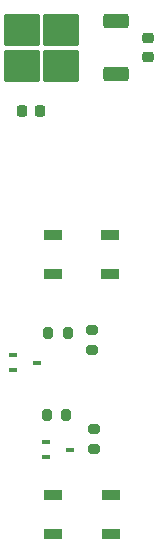
<source format=gbr>
%TF.GenerationSoftware,KiCad,Pcbnew,7.0.2*%
%TF.CreationDate,2023-05-18T15:41:40-05:00*%
%TF.ProjectId,FRC_5690_Common_PCB,4652435f-3536-4393-905f-436f6d6d6f6e,rev?*%
%TF.SameCoordinates,Original*%
%TF.FileFunction,Paste,Top*%
%TF.FilePolarity,Positive*%
%FSLAX46Y46*%
G04 Gerber Fmt 4.6, Leading zero omitted, Abs format (unit mm)*
G04 Created by KiCad (PCBNEW 7.0.2) date 2023-05-18 15:41:40*
%MOMM*%
%LPD*%
G01*
G04 APERTURE LIST*
G04 Aperture macros list*
%AMRoundRect*
0 Rectangle with rounded corners*
0 $1 Rounding radius*
0 $2 $3 $4 $5 $6 $7 $8 $9 X,Y pos of 4 corners*
0 Add a 4 corners polygon primitive as box body*
4,1,4,$2,$3,$4,$5,$6,$7,$8,$9,$2,$3,0*
0 Add four circle primitives for the rounded corners*
1,1,$1+$1,$2,$3*
1,1,$1+$1,$4,$5*
1,1,$1+$1,$6,$7*
1,1,$1+$1,$8,$9*
0 Add four rect primitives between the rounded corners*
20,1,$1+$1,$2,$3,$4,$5,0*
20,1,$1+$1,$4,$5,$6,$7,0*
20,1,$1+$1,$6,$7,$8,$9,0*
20,1,$1+$1,$8,$9,$2,$3,0*%
G04 Aperture macros list end*
%ADD10RoundRect,0.250000X0.850000X0.350000X-0.850000X0.350000X-0.850000X-0.350000X0.850000X-0.350000X0*%
%ADD11RoundRect,0.250000X1.275000X1.125000X-1.275000X1.125000X-1.275000X-1.125000X1.275000X-1.125000X0*%
%ADD12RoundRect,0.225000X-0.250000X0.225000X-0.250000X-0.225000X0.250000X-0.225000X0.250000X0.225000X0*%
%ADD13RoundRect,0.200000X-0.275000X0.200000X-0.275000X-0.200000X0.275000X-0.200000X0.275000X0.200000X0*%
%ADD14R,1.500000X0.900000*%
%ADD15RoundRect,0.225000X-0.225000X-0.250000X0.225000X-0.250000X0.225000X0.250000X-0.225000X0.250000X0*%
%ADD16RoundRect,0.200000X0.200000X0.275000X-0.200000X0.275000X-0.200000X-0.275000X0.200000X-0.275000X0*%
%ADD17R,0.700000X0.450000*%
G04 APERTURE END LIST*
D10*
%TO.C,U2*%
X158202000Y-69590000D03*
D11*
X153577000Y-68835000D03*
X153577000Y-65785000D03*
X150227000Y-68835000D03*
X150227000Y-65785000D03*
D10*
X158202000Y-65030000D03*
%TD*%
D12*
%TO.C,C1*%
X160909000Y-66535000D03*
X160909000Y-68085000D03*
%TD*%
D13*
%TO.C,R2*%
X156337000Y-99632000D03*
X156337000Y-101282000D03*
%TD*%
D14*
%TO.C,D1*%
X152871000Y-105157000D03*
X152871000Y-108457000D03*
X157771000Y-108457000D03*
X157771000Y-105157000D03*
%TD*%
D15*
%TO.C,C2*%
X150215000Y-72644000D03*
X151765000Y-72644000D03*
%TD*%
D16*
%TO.C,R3*%
X154114000Y-91440000D03*
X152464000Y-91440000D03*
%TD*%
D17*
%TO.C,Q1*%
X149495000Y-93330000D03*
X149495000Y-94630000D03*
X151495000Y-93980000D03*
%TD*%
D13*
%TO.C,R4*%
X156210000Y-91250000D03*
X156210000Y-92900000D03*
%TD*%
D14*
%TO.C,D2*%
X157734000Y-86485000D03*
X157734000Y-83185000D03*
X152834000Y-83185000D03*
X152834000Y-86485000D03*
%TD*%
D16*
%TO.C,R1*%
X153987000Y-98425000D03*
X152337000Y-98425000D03*
%TD*%
D17*
%TO.C,Q2*%
X152289000Y-100696000D03*
X152289000Y-101996000D03*
X154289000Y-101346000D03*
%TD*%
M02*

</source>
